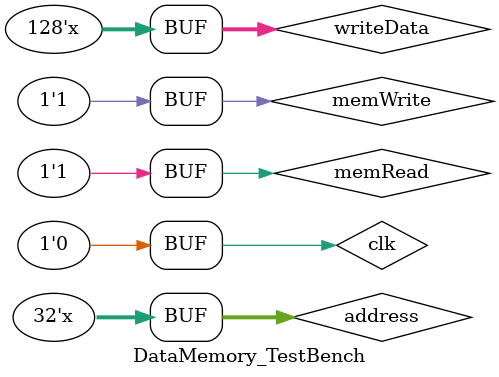
<source format=sv>


module DataMemory(address, writeData, unitID, regWriteEnable, readData);


input [127:0] address; // result 
input [127:0] writeData; // readregisterRC
input [2:0] unitID; //unit id of store and load is 7
input regWriteEnable;// regWriteEnable_ST72
output reg [127:0] readData; // output of memory; 

reg [127:0] Memory[0:2000]; 

always_comb begin
	if(unitID == 7 & regWriteEnable == 0) begin // store from rt to memory
		Memory[address>>4] <= writeData;  	
	end 

	if (unitID == 7 & regWriteEnable == 1) begin // load from memory to rc
		readData <= Memory[address>>4];
	end
end
endmodule


module DataMemory_TestBench();

logic [31:0] address=32'h0;
logic [127:0] writeData= 128'd120;
logic clk=0;
logic memWrite,memRead;
logic [127:0] readData; 

assign memWrite=1;
assign memRead=1; 

always begin  
	#10 clk = 1;
	#10 clk = 0;
end

always begin  
	#20 begin 
	address = address + 16; 
	writeData = writeData + 10;
	end
end



//DataMemory dm(address, writeData,clk, memWrite, memRead, readData);

endmodule

</source>
